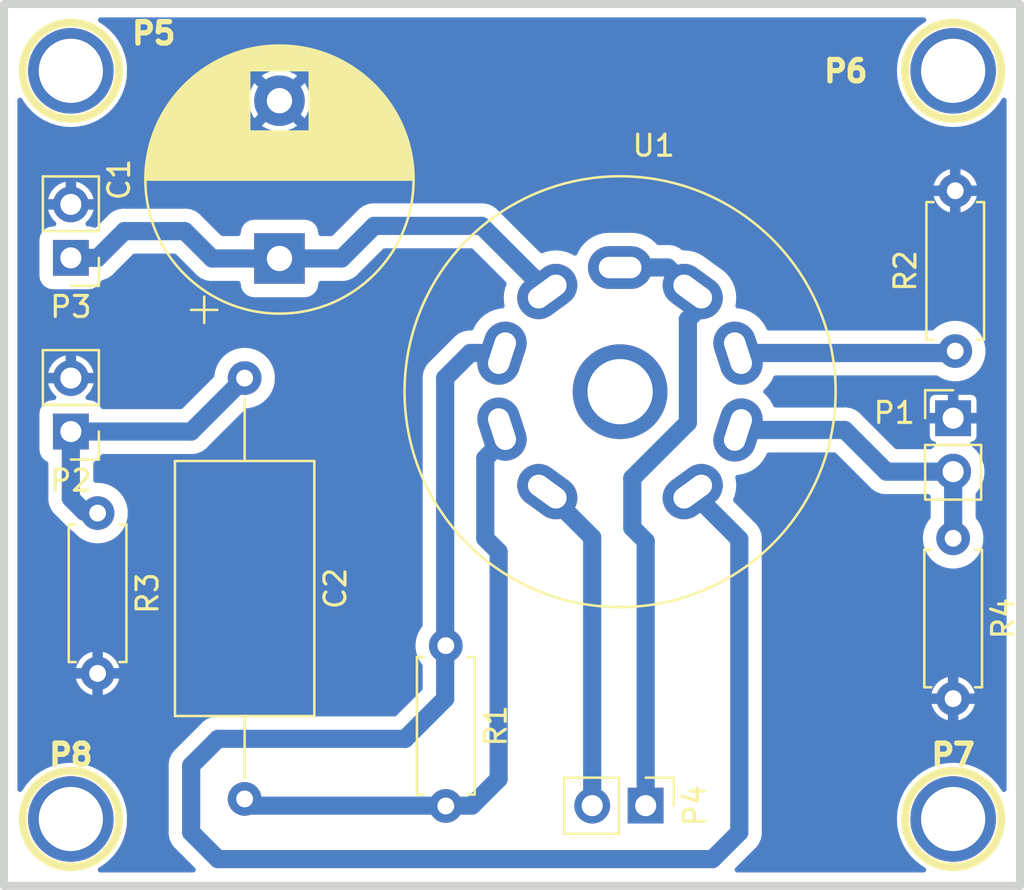
<source format=kicad_pcb>
(kicad_pcb (version 20210228) (generator pcbnew)
  (layers (0 "F.Cu" signal "Dessus") (31 "B.Cu" signal "Dessous") (34 "B.Paste" user) (35 "F.Paste" user) (36 "B.SilkS" user "B.Silkscreen") (37 "F.SilkS" user "F.Silkscreen") (38 "B.Mask" user) (39 "F.Mask" user) (44 "Edge.Cuts" user))
  (net 0 "")
  (net 1 "GND")
  (net 2 "Net-(C1-Pad1)")
  (net 3 "Net-(C2-Pad1)")
  (net 4 "Net-(C2-Pad2)")
  (net 5 "Net-(P1-Pad2)")
  (net 6 "Net-(P4-Pad1)")
  (net 7 "Net-(P4-Pad2)")
  (net 8 "Net-(R1-Pad1)")
  (net 9 "Net-(R2-Pad1)")
  (footprint "Capacitor_THT:CP_Radial_D12.5mm_P7.50mm" (layer "F.Cu") (at 133.1 102.9 90)
    (fp_text reference "C1" (at 3.75 -7.62 90) (layer "F.SilkS"))
    (fp_text value "10uF")
    (fp_line (start 6.671 1.44) (end 6.671 5.622) (layer "F.SilkS") (width 0.12))
    (fp_line (start 7.671 1.44) (end 7.671 4.982) (layer "F.SilkS") (width 0.12))
    (fp_line (start 7.231 -5.296) (end 7.231 -1.44) (layer "F.SilkS") (width 0.12))
    (fp_line (start 9.351 -2.996) (end 9.351 2.996) (layer "F.SilkS") (width 0.12))
    (fp_line (start 9.871 -1.728) (end 9.871 1.728) (layer "F.SilkS") (width 0.12))
    (fp_line (start 6.191 1.44) (end 6.191 5.845) (layer "F.SilkS") (width 0.12))
    (fp_line (start 8.631 -4.055) (end 8.631 -1.44) (layer "F.SilkS") (width 0.12))
    (fp_line (start 4.591 -6.275) (end 4.591 6.275) (layer "F.SilkS") (width 0.12))
    (fp_line (start 9.191 -3.275) (end 9.191 3.275) (layer "F.SilkS") (width 0.12))
    (fp_line (start 7.871 1.44) (end 7.871 4.819) (layer "F.SilkS") (width 0.12))
    (fp_line (start 9.791 -1.984) (end 9.791 1.984) (layer "F.SilkS") (width 0.12))
    (fp_line (start 6.631 -5.642) (end 6.631 -1.44) (layer "F.SilkS") (width 0.12))
    (fp_line (start 9.711 -2.209) (end 9.711 2.209) (layer "F.SilkS") (width 0.12))
    (fp_line (start 6.751 -5.58) (end 6.751 -1.44) (layer "F.SilkS") (width 0.12))
    (fp_line (start 9.431 -2.844) (end 9.431 2.844) (layer "F.SilkS") (width 0.12))
    (fp_line (start 8.351 1.44) (end 8.351 4.367) (layer "F.SilkS") (width 0.12))
    (fp_line (start 6.471 -5.721) (end 6.471 -1.44) (layer "F.SilkS") (width 0.12))
    (fp_line (start 8.391 1.44) (end 8.391 4.325) (layer "F.SilkS") (width 0.12))
    (fp_line (start 5.711 -6.021) (end 5.711 6.021) (layer "F.SilkS") (width 0.12))
    (fp_line (start 7.391 -5.188) (end 7.391 -1.44) (layer "F.SilkS") (width 0.12))
    (fp_line (start 9.551 -2.594) (end 9.551 2.594) (layer "F.SilkS") (width 0.12))
    (fp_line (start 5.191 -6.166) (end 5.191 6.166) (layer "F.SilkS") (width 0.12))
    (fp_line (start 7.191 1.44) (end 7.191 5.322) (layer "F.SilkS") (width 0.12))
    (fp_line (start 6.791 1.44) (end 6.791 5.558) (layer "F.SilkS") (width 0.12))
    (fp_line (start 8.351 -4.367) (end 8.351 -1.44) (layer "F.SilkS") (width 0.12))
    (fp_line (start 8.031 -4.678) (end 8.031 -1.44) (layer "F.SilkS") (width 0.12))
    (fp_line (start 9.591 -2.504) (end 9.591 2.504) (layer "F.SilkS") (width 0.12))
    (fp_line (start 8.871 -3.75) (end 8.871 -1.44) (layer "F.SilkS") (width 0.12))
    (fp_line (start 5.311 -6.137) (end 5.311 6.137) (layer "F.SilkS") (width 0.12))
    (fp_line (start 6.951 1.44) (end 6.951 5.468) (layer "F.SilkS") (width 0.12))
    (fp_line (start 5.951 -5.939) (end 5.951 5.939) (layer "F.SilkS") (width 0.12))
    (fp_line (start 6.391 1.44) (end 6.391 5.758) (layer "F.SilkS") (width 0.12))
    (fp_line (start 8.111 1.44) (end 8.111 4.605) (layer "F.SilkS") (width 0.12))
    (fp_line (start 7.311 1.44) (end 7.311 5.243) (layer "F.SilkS") (width 0.12))
    (fp_line (start 7.151 -5.347) (end 7.151 -1.44) (layer "F.SilkS") (width 0.12))
    (fp_line (start 5.631 -6.047) (end 5.631 6.047) (layer "F.SilkS") (width 0.12))
    (fp_line (start 8.191 -4.528) (end 8.191 -1.44) (layer "F.SilkS") (width 0.12))
    (fp_line (start 8.071 -4.642) (end 8.071 -1.44) (layer "F.SilkS") (width 0.12))
    (fp_line (start 9.031 -3.524) (end 9.031 3.524) (layer "F.SilkS") (width 0.12))
    (fp_line (start 4.43 -6.294) (end 4.43 6.294) (layer "F.SilkS") (width 0.12))
    (fp_line (start 6.231 1.44) (end 6.231 5.828) (layer "F.SilkS") (width 0.12))
    (fp_line (start 7.431 -5.16) (end 7.431 -1.44) (layer "F.SilkS") (width 0.12))
    (fp_line (start 6.471 1.44) (end 6.471 5.721) (layer "F.SilkS") (width 0.12))
    (fp_line (start 7.591 1.44) (end 7.591 5.043) (layer "F.SilkS") (width 0.12))
    (fp_line (start 8.991 -3.583) (end 8.991 3.583) (layer "F.SilkS") (width 0.12))
    (fp_line (start 8.111 -4.605) (end 8.111 -1.44) (layer "F.SilkS") (width 0.12))
    (fp_line (start 7.871 -4.819) (end 7.871 -1.44) (layer "F.SilkS") (width 0.12))
    (fp_line (start 4.35 -6.302) (end 4.35 6.302) (layer "F.SilkS") (width 0.12))
    (fp_line (start 5.431 -6.105) (end 5.431 6.105) (layer "F.SilkS") (width 0.12))
    (fp_line (start 4.31 -6.306) (end 4.31 6.306) (layer "F.SilkS") (width 0.12))
    (fp_line (start 9.951 -1.422) (end 9.951 1.422) (layer "F.SilkS") (width 0.12))
    (fp_line (start 7.231 1.44) (end 7.231 5.296) (layer "F.SilkS") (width 0.12))
    (fp_line (start 6.831 1.44) (end 6.831 5.536) (layer "F.SilkS") (width 0.12))
    (fp_line (start 6.751 1.44) (end 6.751 5.58) (layer "F.SilkS") (width 0.12))
    (fp_line (start 6.191 -5.845) (end 6.191 -1.44) (layer "F.SilkS") (width 0.12))
    (fp_line (start 8.271 1.44) (end 8.271 4.449) (layer "F.SilkS") (width 0.12))
    (fp_line (start 6.551 -5.682) (end 6.551 -1.44) (layer "F.SilkS") (width 0.12))
    (fp_line (start 6.591 1.44) (end 6.591 5.662) (layer "F.SilkS") (width 0.12))
    (fp_line (start 8.911 -3.696) (end 8.911 -1.44) (layer "F.SilkS") (width 0.12))
    (fp_line (start 7.151 1.44) (end 7.151 5.347) (layer "F.SilkS") (width 0.12))
    (fp_line (start 9.151 -3.339) (end 9.151 3.339) (layer "F.SilkS") (width 0.12))
    (fp_line (start 8.631 1.44) (end 8.631 4.055) (layer "F.SilkS") (width 0.12))
    (fp_line (start 4.511 -6.285) (end 4.511 6.285) (layer "F.SilkS") (width 0.12))
    (fp_line (start 4.07 -6.322) (end 4.07 6.322) (layer "F.SilkS") (width 0.12))
    (fp_line (start -2.442082 -4.2) (end -2.442082 -2.95) (layer "F.SilkS") (width 0.12))
    (fp_line (start 3.79 -6.33) (end 3.79 6.33) (layer "F.SilkS") (width 0.12))
    (fp_line (start 7.311 -5.243) (end 7.311 -1.44) (layer "F.SilkS") (width 0.12))
    (fp_line (start 7.711 -4.95) (end 7.711 -1.44) (layer "F.SilkS") (width 0.12))
    (fp_line (start 6.711 -5.601) (end 6.711 -1.44) (layer "F.SilkS") (width 0.12))
    (fp_line (start 7.351 1.44) (end 7.351 5.216) (layer "F.SilkS") (width 0.12))
    (fp_line (start 6.271 1.44) (end 6.271 5.811) (layer "F.SilkS") (width 0.12))
    (fp_line (start 7.271 1.44) (end 7.271 5.27) (layer "F.SilkS") (width 0.12))
    (fp_line (start 8.551 1.44) (end 8.551 4.148) (layer "F.SilkS") (width 0.12))
    (fp_line (start 9.111 -3.402) (end 9.111 3.402) (layer "F.SilkS") (width 0.12))
    (fp_line (start 7.111 1.44) (end 7.111 5.372) (layer "F.SilkS") (width 0.12))
    (fp_line (start 7.111 -5.372) (end 7.111 -1.44) (layer "F.SilkS") (width 0.12))
    (fp_line (start -3.067082 -3.575) (end -1.817082 -3.575) (layer "F.SilkS") (width 0.12))
    (fp_line (start 9.231 -3.208) (end 9.231 3.208) (layer "F.SilkS") (width 0.12))
    (fp_line (start 5.831 -5.981) (end 5.831 5.981) (layer "F.SilkS") (width 0.12))
    (fp_line (start 4.39 -6.298) (end 4.39 6.298) (layer "F.SilkS") (width 0.12))
    (fp_line (start 4.711 -6.258) (end 4.711 6.258) (layer "F.SilkS") (width 0.12))
    (fp_line (start 7.071 -5.397) (end 7.071 -1.44) (layer "F.SilkS") (width 0.12))
    (fp_line (start 6.071 1.44) (end 6.071 5.893) (layer "F.SilkS") (width 0.12))
    (fp_line (start 7.551 -5.073) (end 7.551 -1.44) (layer "F.SilkS") (width 0.12))
    (fp_line (start 4.19 -6.315) (end 4.19 6.315) (layer "F.SilkS") (width 0.12))
    (fp_line (start 9.751 -2.1) (end 9.751 2.1) (layer "F.SilkS") (width 0.12))
    (fp_line (start 3.99 -6.326) (end 3.99 6.326) (layer "F.SilkS") (width 0.12))
    (fp_line (start 4.551 -6.28) (end 4.551 6.28) (layer "F.SilkS") (width 0.12))
    (fp_line (start 10.071 -0.757) (end 10.071 0.757) (layer "F.SilkS") (width 0.12))
    (fp_line (start 5.031 -6.201) (end 5.031 6.201) (layer "F.SilkS") (width 0.12))
    (fp_line (start 7.791 1.44) (end 7.791 4.885) (layer "F.SilkS") (width 0.12))
    (fp_line (start 4.871 -6.231) (end 4.871 6.231) (layer "F.SilkS") (width 0.12))
    (fp_line (start 6.711 1.44) (end 6.711 5.601) (layer "F.SilkS") (width 0.12))
    (fp_line (start 3.95 -6.327) (end 3.95 6.327) (layer "F.SilkS") (width 0.12))
    (fp_line (start 8.871 1.44) (end 8.871 3.75) (layer "F.SilkS") (width 0.12))
    (fp_line (start 8.511 1.44) (end 8.511 4.194) (layer "F.SilkS") (width 0.12))
    (fp_line (start 10.111 -0.317) (end 10.111 0.317) (layer "F.SilkS") (width 0.12))
    (fp_line (start 4.631 -6.269) (end 4.631 6.269) (layer "F.SilkS") (width 0.12))
    (fp_line (start 6.031 -5.908) (end 6.031 5.908) (layer "F.SilkS") (width 0.12))
    (fp_line (start 7.031 -5.421) (end 7.031 -1.44) (layer "F.SilkS") (width 0.12))
    (fp_line (start 8.191 1.44) (end 8.191 4.528) (layer "F.SilkS") (width 0.12))
    (fp_line (start 4.27 -6.309) (end 4.27 6.309) (layer "F.SilkS") (width 0.12))
    (fp_line (start 6.071 -5.893) (end 6.071 -1.44) (layer "F.SilkS") (width 0.12))
    (fp_line (start 6.511 1.44) (end 6.511 5.702) (layer "F.SilkS") (width 0.12))
    (fp_line (start 8.951 -3.64) (end 8.951 3.64) (layer "F.SilkS") (width 0.12))
    (fp_line (start 6.871 -5.514) (end 6.871 -1.44) (layer "F.SilkS") (width 0.12))
    (fp_line (start 8.671 -4.007) (end 8.671 -1.44) (layer "F.SilkS") (width 0.12))
    (fp_line (start 5.511 -6.083) (end 5.511 6.083) (layer "F.SilkS") (width 0.12))
    (fp_line (start 5.111 -6.184) (end 5.111 6.184) (layer "F.SilkS") (width 0.12))
    (fp_line (start 8.431 1.44) (end 8.431 4.282) (layer "F.SilkS") (width 0.12))
    (fp_line (start 6.911 1.44) (end 6.911 5.491) (layer "F.SilkS") (width 0.12))
    (fp_line (start 8.271 -4.449) (end 8.271 -1.44) (layer "F.SilkS") (width 0.12))
    (fp_line (start 6.951 -5.468) (end 6.951 -1.44) (layer "F.SilkS") (width 0.12))
    (fp_line (start 4.951 -6.216) (end 4.951 6.216) (layer "F.SilkS") (width 0.12))
    (fp_line (start 7.511 1.44) (end 7.511 5.102) (layer "F.SilkS") (width 0.12))
    (fp_line (start 5.751 -6.008) (end 5.751 6.008) (layer "F.SilkS") (width 0.12))
    (fp_line (start 6.271 -5.811) (end 6.271 -1.44) (layer "F.SilkS") (width 0.12))
    (fp_line (start 5.791 -5.995) (end 5.791 5.995) (layer "F.SilkS") (width 0.12))
    (fp_line (start 4.831 -6.238) (end 4.831 6.238) (layer "F.SilkS") (width 0.12))
    (fp_line (start 8.591 -4.102) (end 8.591 -1.44) (layer "F.SilkS") (width 0.12))
    (fp_line (start 7.431 1.44) (end 7.431 5.16) (layer "F.SilkS") (width 0.12))
    (fp_line (start 8.671 1.44) (end 8.671 4.007) (layer "F.SilkS") (width 0.12))
    (fp_line (start 7.991 -4.714) (end 7.991 -1.44) (layer "F.SilkS") (width 0.12))
    (fp_line (start 8.791 1.44) (end 8.791 3.856) (layer "F.SilkS") (width 0.12))
    (fp_line (start 4.471 -6.29) (end 4.471 6.29) (layer "F.SilkS") (width 0.12))
    (fp_line (start 6.311 1.44) (end 6.311 5.793) (layer "F.SilkS") (width 0.12))
    (fp_line (start 8.711 -3.957) (end 8.711 -1.44) (layer "F.SilkS") (width 0.12))
    (fp_line (start 3.91 -6.328) (end 3.91 6.328) (layer "F.SilkS") (width 0.12))
    (fp_line (start 7.711 1.44) (end 7.711 4.95) (layer "F.SilkS") (width 0.12))
    (fp_line (start 7.991 1.44) (end 7.991 4.714) (layer "F.SilkS") (width 0.12))
    (fp_line (start 7.351 -5.216) (end 7.351 -1.44) (layer "F.SilkS") (width 0.12))
    (fp_line (start 4.671 -6.264) (end 4.671 6.264) (layer "F.SilkS") (width 0.12))
    (fp_line (start 8.551 -4.148) (end 8.551 -1.44) (layer "F.SilkS") (width 0.12))
    (fp_line (start 6.431 1.44) (end 6.431 5.739) (layer "F.SilkS") (width 0.12))
    (fp_line (start 9.671 -2.312) (end 9.671 2.312) (layer "F.SilkS") (width 0.12))
    (fp_line (start 6.591 -5.662) (end 6.591 -1.44) (layer "F.SilkS") (width 0.12))
    (fp_line (start 6.351 -5.776) (end 6.351 -1.44) (layer "F.SilkS") (width 0.12))
    (fp_line (start 8.831 1.44) (end 8.831 3.804) (layer "F.SilkS") (width 0.12))
    (fp_line (start 9.831 -1.861) (end 9.831 1.861) (layer "F.SilkS") (width 0.12))
    (fp_line (start 8.791 -3.856) (end 8.791 -1.44) (layer "F.SilkS") (width 0.12))
    (fp_line (start 7.191 -5.322) (end 7.191 -1.44) (layer "F.SilkS") (width 0.12))
    (fp_line (start 6.671 -5.622) (end 6.671 -1.44) (layer "F.SilkS") (width 0.12))
    (fp_line (start 6.791 -5.558) (end 6.791 -1.44) (layer "F.SilkS") (width 0.12))
    (fp_line (start 4.15 -6.318) (end 4.15 6.318) (layer "F.SilkS") (width 0.12))
    (fp_line (start 7.271 -5.27) (end 7.271 -1.44) (layer "F.SilkS") (width 0.12))
    (fp_line (start 7.591 -5.043) (end 7.591 -1.44) (layer "F.SilkS") (width 0.12))
    (fp_line (start 5.071 -6.192) (end 5.071 6.192) (layer "F.SilkS") (width 0.12))
    (fp_line (start 9.991 -1.241) (end 9.991 1.241) (layer "F.SilkS") (width 0.12))
    (fp_line (start 8.231 1.44) (end 8.231 4.489) (layer "F.SilkS") (width 0.12))
    (fp_line (start 7.631 -5.012) (end 7.631 -1.44) (layer "F.SilkS") (width 0.12))
    (fp_line (start 7.631 1.44) (end 7.631 5.012) (layer "F.SilkS") (width 0.12))
    (fp_line (start 7.951 1.44) (end 7.951 4.75) (layer "F.SilkS") (width 0.12))
    (fp_line (start 5.551 -6.071) (end 5.551 6.071) (layer "F.SilkS") (width 0.12))
    (fp_line (start 4.751 -6.252) (end 4.751 6.252) (layer "F.SilkS") (width 0.12))
    (fp_line (start 7.551 1.44) (end 7.551 5.073) (layer "F.SilkS") (width 0.12))
    (fp_line (start 6.391 -5.758) (end 6.391 -1.44) (layer "F.SilkS") (width 0.12))
    (fp_line (start 4.11 -6.32) (end 4.11 6.32) (layer "F.SilkS") (width 0.12))
    (fp_line (start 5.391 -6.116) (end 5.391 6.116) (layer "F.SilkS") (width 0.12))
    (fp_line (start 9.631 -2.41) (end 9.631 2.41) (layer "F.SilkS") (width 0.12))
    (fp_line (start 9.511 -2.681) (end 9.511 2.681) (layer "F.SilkS") (width 0.12))
    (fp_line (start 9.391 -2.921) (end 9.391 2.921) (layer "F.SilkS") (width 0.12))
    (fp_line (start 8.151 -4.567) (end 8.151 -1.44) (layer "F.SilkS") (width 0.12))
    (fp_line (start 6.511 -5.702) (end 6.511 -1.44) (layer "F.SilkS") (width 0.12))
    (fp_line (start 5.991 -5.924) (end 5.991 5.924) (layer "F.SilkS") (width 0.12))
    (fp_line (start 8.911 1.44) (end 8.911 3.696) (layer "F.SilkS") (width 0.12))
    (fp_line (start 6.911 -5.491) (end 6.911 -1.44) (layer "F.SilkS") (width 0.12))
    (fp_line (start 6.551 1.44) (end 6.551 5.682) (layer "F.SilkS") (width 0.12))
    (fp_line (start 3.83 -6.33) (end 3.83 6.33) (layer "F.SilkS") (width 0.12))
    (fp_line (start 8.751 1.44) (end 8.751 3.907) (layer "F.SilkS") (width 0.12))
    (fp_line (start 7.951 -4.75) (end 7.951 -1.44) (layer "F.SilkS") (width 0.12))
    (fp_line (start 8.471 1.44) (end 8.471 4.238) (layer "F.SilkS") (width 0.12))
    (fp_line (start 7.671 -4.982) (end 7.671 -1.44) (layer "F.SilkS") (width 0.12))
    (fp_line (start 6.111 -5.877) (end 6.111 -1.44) (layer "F.SilkS") (width 0.12))
    (fp_line (start 8.431 -4.282) (end 8.431 -1.44) (layer "F.SilkS") (width 0.12))
    (fp_line (start 7.391 1.44) (end 7.391 5.188) (layer "F.SilkS") (width 0.12))
    (fp_line (start 4.911 -6.224) (end 4.911 6.224) (layer "F.SilkS") (width 0.12))
    (fp_line (start 7.071 1.44) (end 7.071 5.397) (layer "F.SilkS") (width 0.12))
    (fp_line (start 5.671 -6.034) (end 5.671 6.034) (layer "F.SilkS") (width 0.12))
    (fp_line (start 7.471 1.44) (end 7.471 5.131) (layer "F.SilkS") (width 0.12))
    (fp_line (start 7.751 1.44) (end 7.751 4.918) (layer "F.SilkS") (width 0.12))
    (fp_line (start 5.351 -6.126) (end 5.351 6.126) (layer "F.SilkS") (width 0.12))
    (fp_line (start 8.831 -3.804) (end 8.831 -1.44) (layer "F.SilkS") (width 0.12))
    (fp_line (start 6.311 -5.793) (end 6.311 -1.44) (layer "F.SilkS") (width 0.12))
    (fp_line (start 8.711 1.44) (end 8.711 3.957) (layer "F.SilkS") (width 0.12))
    (fp_line (start 4.03 -6.324) (end 4.03 6.324) (layer "F.SilkS") (width 0.12))
    (fp_line (start 6.151 1.44) (end 6.151 5.861) (layer "F.SilkS") (width 0.12))
    (fp_line (start 7.031 1.44) (end 7.031 5.421) (layer "F.SilkS") (width 0.12))
    (fp_line (start 6.231 -5.828) (end 6.231 -1.44) (layer "F.SilkS") (width 0.12))
    (fp_line (start 8.391 -4.325) (end 8.391 -1.44) (layer "F.SilkS") (width 0.12))
    (fp_line (start 7.471 -5.131) (end 7.471 -1.44) (layer "F.SilkS") (width 0.12))
    (fp_line (start 8.151 1.44) (end 8.151 4.567) (layer "F.SilkS") (width 0.12))
    (fp_line (start 7.511 -5.102) (end 7.511 -1.44) (layer "F.SilkS") (width 0.12))
    (fp_line (start 7.831 1.44) (end 7.831 4.852) (layer "F.SilkS") (width 0.12))
    (fp_line (start 7.831 -4.852) (end 7.831 -1.44) (layer "F.SilkS") (width 0.12))
    (fp_line (start 8.591 1.44) (end 8.591 4.102) (layer "F.SilkS") (width 0.12))
    (fp_line (start 8.311 -4.408) (end 8.311 -1.44) (layer "F.SilkS") (width 0.12))
    (fp_line (start 3.75 -6.33) (end 3.75 6.33) (layer "F.SilkS") (width 0.12))
    (fp_line (start 6.991 1.44) (end 6.991 5.445) (layer "F.SilkS") (width 0.12))
    (fp_line (start 6.631 1.44) (end 6.631 5.642) (layer "F.SilkS") (width 0.12))
    (fp_line (start 5.591 -6.059) (end 5.591 6.059) (layer "F.SilkS") (width 0.12))
    (fp_line (start 9.911 -1.583) (end 9.911 1.583) (layer "F.SilkS") (width 0.12))
    (fp_line (start 4.791 -6.245) (end 4.791 6.245) (layer "F.SilkS") (width 0.12))
    (fp_line (start 8.311 1.44) (end 8.311 4.408) (layer "F.SilkS") (width 0.12))
    (fp_line (start 9.271 -3.14) (end 9.271 3.14) (layer "F.SilkS") (width 0.12))
    (fp_line (start 5.271 -6.146) (end 5.271 6.146) (layer "F.SilkS") (width 0.12))
    (fp_line (start 6.871 1.44) (end 6.871 5.514) (layer "F.SilkS") (width 0.12))
    (fp_line (start 6.991 -5.445) (end 6.991 -1.44) (layer "F.SilkS") (width 0.12))
    (fp_line (start 9.071 -3.464) (end 9.071 3.464) (layer "F.SilkS") (width 0.12))
    (fp_line (start 8.031 1.44) (end 8.031 4.678) (layer "F.SilkS") (width 0.12))
    (fp_line (start 5.471 -6.094) (end 5.471 6.094) (layer "F.SilkS") (width 0.12))
    (fp_line (start 3.87 -6.329) (end 3.87 6.329) (layer "F.SilkS") (width 0.12))
    (fp_line (start 8.511 -4.194) (end 8.511 -1.44) (layer "F.SilkS") (width 0.12))
    (fp_line (start 6.831 -5.536) (end 6.831 -1.44) (layer "F.SilkS") (width 0.12))
    (fp_line (start 9.311 -3.069) (end 9.311 3.069) (layer "F.SilkS") (width 0.12))
    (fp_line (start 7.911 -4.785) (end 7.911 -1.44) (layer "F.SilkS") (width 0.12))
    (fp_line (start 6.111 1.44) (end 6.111 5.877) (layer "F.SilkS") (width 0.12))
    (fp_line (start 8.471 -4.238) (end 8.471 -1.44) (layer "F.SilkS") (width 0.12))
    (fp_line (start 5.911 -5.953) (end 5.911 5.953) (layer "F.SilkS") (width 0.12))
    (fp_line (start 8.231 -4.489) (end 8.231 -1.44) (layer "F.SilkS") (width 0.12))
    (fp_line (start 6.431 -5.739) (end 6.431 -1.44) (layer "F.SilkS") (width 0.12))
    (fp_line (start 8.751 -3.907) (end 8.751 -1.44) (layer "F.SilkS") (width 0.12))
    (fp_line (start 8.071 1.44) (end 8.071 4.642) (layer "F.SilkS") (width 0.12))
    (fp_line (start 7.751 -4.918) (end 7.751 -1.44) (layer "F.SilkS") (width 0.12))
    (fp_line (start 5.151 -6.175) (end 5.151 6.175) (layer "F.SilkS") (width 0.12))
    (fp_line (start 5.231 -6.156) (end 5.231 6.156) (layer "F.SilkS") (width 0.12))
    (fp_line (start 7.911 1.44) (end 7.911 4.785) (layer "F.SilkS") (width 0.12))
    (fp_line (start 6.151 -5.861) (end 6.151 -1.44) (layer "F.SilkS") (width 0.12))
    (fp_line (start 9.471 -2.764) (end 9.471 2.764) (layer "F.SilkS") (width 0.12))
    (fp_line (start 6.351 1.44) (end 6.351 5.776) (layer "F.SilkS") (width 0.12))
    (fp_line (start 5.871 -5.967) (end 5.871 5.967) (layer "F.SilkS") (width 0.12))
    (fp_line (start 4.23 -6.312) (end 4.23 6.312) (layer "F.SilkS") (width 0.12))
    (fp_line (start 10.031 -1.028) (end 10.031 1.028) (layer "F.SilkS") (width 0.12))
    (fp_line (start 7.791 -4.885) (end 7.791 -1.44) (layer "F.SilkS") (width 0.12))
    (fp_line (start 4.991 -6.209) (end 4.991 6.209) (layer "F.SilkS") (width 0.12))
    (fp_circle (center 3.75 0) (end 10.12 0) (layer "F.SilkS") (width 0.12) (fill none))
    (pad "1" thru_hole rect (at 0 0 90) (size 2.4 2.4) (drill 1.2) (layers *.Cu *.Mask) (net 2 "Net-(C1-Pad1)"))
    (pad "2" thru_hole circle (at 7.5 0 90) (size 2.4 2.4) (drill 1.2) (layers *.Cu *.Mask) (net 1 "GND"))
  )
  (footprint "Resistor_THT:R_Axial_DIN0207_L6.3mm_D2.5mm_P7.62mm_Horizontal" (layer "F.Cu") (at 141 121.3 -90)
    (fp_text reference "R1" (at 3.81 -2.37 -90) (layer "F.SilkS"))
    (fp_text value "1.5K")
    (fp_line (start 0.54 1.37) (end 7.08 1.37) (layer "F.SilkS") (width 0.12))
    (fp_line (start 7.08 1.37) (end 7.08 1.04) (layer "F.SilkS") (width 0.12))
    (fp_line (start 0.54 -1.37) (end 7.08 -1.37) (layer "F.SilkS") (width 0.12))
    (fp_line (start 7.08 -1.37) (end 7.08 -1.04) (layer "F.SilkS") (width 0.12))
    (fp_line (start 0.54 1.04) (end 0.54 1.37) (layer "F.SilkS") (width 0.12))
    (fp_line (start 0.54 -1.04) (end 0.54 -1.37) (layer "F.SilkS") (width 0.12))
    (pad "1" thru_hole circle (at 0 0 270) (size 1.6 1.6) (drill 0.8) (layers *.Cu *.Mask) (net 8 "Net-(R1-Pad1)"))
    (pad "2" thru_hole oval (at 7.62 0 270) (size 1.6 1.6) (drill 0.8) (layers *.Cu *.Mask) (net 4 "Net-(C2-Pad2)"))
  )
  (footprint "Resistor_THT:R_Axial_DIN0207_L6.3mm_D2.5mm_P7.62mm_Horizontal" (layer "F.Cu") (at 165.2 107.3 90)
    (fp_text reference "R2" (at 3.81 -2.37 90) (layer "F.SilkS"))
    (fp_text value "1.5K")
    (fp_line (start 0.54 -1.04) (end 0.54 -1.37) (layer "F.SilkS") (width 0.12))
    (fp_line (start 0.54 1.37) (end 7.08 1.37) (layer "F.SilkS") (width 0.12))
    (fp_line (start 0.54 1.04) (end 0.54 1.37) (layer "F.SilkS") (width 0.12))
    (fp_line (start 7.08 -1.37) (end 7.08 -1.04) (layer "F.SilkS") (width 0.12))
    (fp_line (start 0.54 -1.37) (end 7.08 -1.37) (layer "F.SilkS") (width 0.12))
    (fp_line (start 7.08 1.37) (end 7.08 1.04) (layer "F.SilkS") (width 0.12))
    (pad "1" thru_hole circle (at 0 0 90) (size 1.6 1.6) (drill 0.8) (layers *.Cu *.Mask) (net 9 "Net-(R2-Pad1)"))
    (pad "2" thru_hole oval (at 7.62 0 90) (size 1.6 1.6) (drill 0.8) (layers *.Cu *.Mask) (net 1 "GND"))
  )
  (footprint "Resistor_THT:R_Axial_DIN0207_L6.3mm_D2.5mm_P7.62mm_Horizontal" (layer "F.Cu") (at 124.46 115 -90)
    (fp_text reference "R3" (at 3.81 -2.37 -90) (layer "F.SilkS"))
    (fp_text value "100K")
    (fp_line (start 7.08 1.37) (end 7.08 1.04) (layer "F.SilkS") (width 0.12))
    (fp_line (start 0.54 1.04) (end 0.54 1.37) (layer "F.SilkS") (width 0.12))
    (fp_line (start 7.08 -1.37) (end 7.08 -1.04) (layer "F.SilkS") (width 0.12))
    (fp_line (start 0.54 -1.04) (end 0.54 -1.37) (layer "F.SilkS") (width 0.12))
    (fp_line (start 0.54 -1.37) (end 7.08 -1.37) (layer "F.SilkS") (width 0.12))
    (fp_line (start 0.54 1.37) (end 7.08 1.37) (layer "F.SilkS") (width 0.12))
    (pad "1" thru_hole circle (at 0 0 270) (size 1.6 1.6) (drill 0.8) (layers *.Cu *.Mask) (net 3 "Net-(C2-Pad1)"))
    (pad "2" thru_hole oval (at 7.62 0 270) (size 1.6 1.6) (drill 0.8) (layers *.Cu *.Mask) (net 1 "GND"))
  )
  (footprint "Resistor_THT:R_Axial_DIN0207_L6.3mm_D2.5mm_P7.62mm_Horizontal" (layer "F.Cu") (at 165.1 116.2 -90)
    (fp_text reference "R4" (at 3.81 -2.37 -90) (layer "F.SilkS"))
    (fp_text value "47K")
    (fp_line (start 0.54 1.37) (end 7.08 1.37) (layer "F.SilkS") (width 0.12))
    (fp_line (start 0.54 -1.37) (end 7.08 -1.37) (layer "F.SilkS") (width 0.12))
    (fp_line (start 7.08 -1.37) (end 7.08 -1.04) (layer "F.SilkS") (width 0.12))
    (fp_line (start 7.08 1.37) (end 7.08 1.04) (layer "F.SilkS") (width 0.12))
    (fp_line (start 0.54 -1.04) (end 0.54 -1.37) (layer "F.SilkS") (width 0.12))
    (fp_line (start 0.54 1.04) (end 0.54 1.37) (layer "F.SilkS") (width 0.12))
    (pad "1" thru_hole circle (at 0 0 270) (size 1.6 1.6) (drill 0.8) (layers *.Cu *.Mask) (net 5 "Net-(P1-Pad2)"))
    (pad "2" thru_hole oval (at 7.62 0 270) (size 1.6 1.6) (drill 0.8) (layers *.Cu *.Mask) (net 1 "GND"))
  )
  (footprint "connect:1pin" (layer "F.Cu") (at 123.19 93.98)
    (fp_text reference "P5" (at 3.937 -1.778) (layer "F.SilkS") (effects (font (size 1.016 1.016) (thickness 0.254))))
    (fp_text value "CONN_1" hide)
    (fp_circle (center 0 0) (end 0 -2.286) (layer "F.SilkS") (width 0.381) (fill none))
    (pad "1" thru_hole circle (at 0 0) (size 4.064 4.064) (drill 3.048) (layers *.Cu *.Mask))
  )
  (footprint "connect:1pin" (layer "F.Cu") (at 165.1 93.98)
    (fp_text reference "P6" (at -5.1 0.02) (layer "F.SilkS") (effects (font (size 1.016 1.016) (thickness 0.254))))
    (fp_text value "CONN_1" hide)
    (fp_circle (center 0 0) (end 0 -2.286) (layer "F.SilkS") (width 0.381) (fill none))
    (pad "1" thru_hole circle (at 0 0) (size 4.064 4.064) (drill 3.048) (layers *.Cu *.Mask))
  )
  (footprint "connect:1pin" (layer "F.Cu") (at 165.1 129.54)
    (fp_text reference "P7" (at 0 -3.048) (layer "F.SilkS") (effects (font (size 1.016 1.016) (thickness 0.254))))
    (fp_text value "CONN_1" hide)
    (fp_circle (center 0 0) (end 0 -2.286) (layer "F.SilkS") (width 0.381) (fill none))
    (pad "1" thru_hole circle (at 0 0) (size 4.064 4.064) (drill 3.048) (layers *.Cu *.Mask))
  )
  (footprint "connect:1pin" (layer "F.Cu") (at 123.19 129.54)
    (fp_text reference "P8" (at 0 -3.048) (layer "F.SilkS") (effects (font (size 1.016 1.016) (thickness 0.254))))
    (fp_text value "CONN_1" hide)
    (fp_circle (center 0 0) (end 0 -2.286) (layer "F.SilkS") (width 0.381) (fill none))
    (pad "1" thru_hole circle (at 0 0) (size 4.064 4.064) (drill 3.048) (layers *.Cu *.Mask))
  )
  (footprint "Valve:Valve_ECC-83-2" (layer "F.Cu") (at 149.28 109.23)
    (fp_text reference "U1" (at 1.596 -11.694) (layer "F.SilkS"))
    (fp_text value "ECC83")
    (fp_circle (center 0 0) (end 10.16 1.27) (layer "F.SilkS") (width 0.12) (fill none))
    (pad "" thru_hole circle (at 0 0) (size 4.5 4.5) (drill 3.1) (layers *.Cu *.Mask))
    (pad "1" thru_hole oval (at 3.45 4.75 306) (size 2.03 3.05) (drill oval 1.02 2.03) (layers *.Cu *.Mask) (net 8 "Net-(R1-Pad1)"))
    (pad "2" thru_hole oval (at 5.6 1.82 342) (size 2.03 3.05) (drill oval 1.02 2.03) (layers *.Cu *.Mask) (net 5 "Net-(P1-Pad2)"))
    (pad "3" thru_hole oval (at 5.6 -1.83 18) (size 2.03 3.05) (drill oval 1.02 2.03) (layers *.Cu *.Mask) (net 9 "Net-(R2-Pad1)"))
    (pad "4" thru_hole oval (at 3.45 -4.76 54) (size 2.03 3.05) (drill oval 1.02 2.03) (layers *.Cu *.Mask) (net 6 "Net-(P4-Pad1)"))
    (pad "5" thru_hole oval (at 0 -5.9 90) (size 2.03 3.05) (drill oval 1.02 2.03) (layers *.Cu *.Mask) (net 6 "Net-(P4-Pad1)"))
    (pad "6" thru_hole oval (at -3.46 -4.76 306) (size 2.03 3.05) (drill oval 1.02 2.03) (layers *.Cu *.Mask) (net 2 "Net-(C1-Pad1)"))
    (pad "7" thru_hole oval (at -5.61 -1.83 342) (size 2.03 3.05) (drill oval 1.02 2.03) (layers *.Cu *.Mask) (net 8 "Net-(R1-Pad1)"))
    (pad "8" thru_hole oval (at -5.61 1.78 18) (size 2.03 3.05) (drill oval 1.02 2.03) (layers *.Cu *.Mask) (net 4 "Net-(C2-Pad2)"))
    (pad "9" thru_hole oval (at -3.46 4.75 54) (size 2.03 3.05) (drill oval 1.02 2.03) (layers *.Cu *.Mask) (net 7 "Net-(P4-Pad2)"))
  )
  (footprint "Capacitors_THT:C_Axial_L12.0mm_D6.5mm_P20.00mm_Horizontal" (layer "F.Cu") (at 131.445 108.585 -90)
    (fp_text reference "C2" (at 10 -4.31 -90) (layer "F.SilkS"))
    (fp_text value "680nF")
    (fp_line (start 16.06 3.31) (end 16.06 -3.31) (layer "F.SilkS") (width 0.12))
    (fp_line (start 3.94 -3.31) (end 3.94 3.31) (layer "F.SilkS") (width 0.12))
    (fp_line (start 19.02 0) (end 16.06 0) (layer "F.SilkS") (width 0.12))
    (fp_line (start 3.94 3.31) (end 16.06 3.31) (layer "F.SilkS") (width 0.12))
    (fp_line (start 0.98 0) (end 3.94 0) (layer "F.SilkS") (width 0.12))
    (fp_line (start 16.06 -3.31) (end 3.94 -3.31) (layer "F.SilkS") (width 0.12))
    (pad "1" thru_hole circle (at 0 0 270) (size 1.6 1.6) (drill 0.8) (layers *.Cu *.Mask) (net 3 "Net-(C2-Pad1)"))
    (pad "2" thru_hole oval (at 20 0 270) (size 1.6 1.6) (drill 0.8) (layers *.Cu *.Mask) (net 4 "Net-(C2-Pad2)"))
  )
  (footprint "Connector_PinHeader_2.54mm:PinHeader_1x02_P2.54mm_Vertical" (layer "F.Cu") (at 123.19 111.125 180)
    (fp_text reference "P2" (at 0 -2.33 180) (layer "F.SilkS"))
    (fp_text value "OUT")
    (fp_line (start -1.33 -1.33) (end 0 -1.33) (layer "F.SilkS") (width 0.12))
    (fp_line (start 1.33 1.27) (end 1.33 3.87) (layer "F.SilkS") (width 0.12))
    (fp_line (start -1.33 1.27) (end -1.33 3.87) (layer "F.SilkS") (width 0.12))
    (fp_line (start -1.33 0) (end -1.33 -1.33) (layer "F.SilkS") (width 0.12))
    (fp_line (start -1.33 3.87) (end 1.33 3.87) (layer "F.SilkS") (width 0.12))
    (fp_line (start -1.33 1.27) (end 1.33 1.27) (layer "F.SilkS") (width 0.12))
    (pad "1" thru_hole rect (at 0 0 180) (size 1.7 1.7) (drill 1) (layers *.Cu *.Mask) (net 3 "Net-(C2-Pad1)"))
    (pad "2" thru_hole oval (at 0 2.54 180) (size 1.7 1.7) (drill 1) (layers *.Cu *.Mask) (net 1 "GND"))
  )
  (footprint "Connector_PinHeader_2.54mm:PinHeader_1x02_P2.54mm_Vertical" (layer "F.Cu") (at 123.19 102.87 180)
    (fp_text reference "P3" (at 0 -2.33 180) (layer "F.SilkS"))
    (fp_text value "POWER")
    (fp_line (start 1.33 1.27) (end 1.33 3.87) (layer "F.SilkS") (width 0.12))
    (fp_line (start -1.33 -1.33) (end 0 -1.33) (layer "F.SilkS") (width 0.12))
    (fp_line (start -1.33 3.87) (end 1.33 3.87) (layer "F.SilkS") (width 0.12))
    (fp_line (start -1.33 0) (end -1.33 -1.33) (layer "F.SilkS") (width 0.12))
    (fp_line (start -1.33 1.27) (end -1.33 3.87) (layer "F.SilkS") (width 0.12))
    (fp_line (start -1.33 1.27) (end 1.33 1.27) (layer "F.SilkS") (width 0.12))
    (pad "1" thru_hole rect (at 0 0 180) (size 1.7 1.7) (drill 1) (layers *.Cu *.Mask) (net 2 "Net-(C1-Pad1)"))
    (pad "2" thru_hole oval (at 0 2.54 180) (size 1.7 1.7) (drill 1) (layers *.Cu *.Mask) (net 1 "GND"))
  )
  (footprint "Connector_PinHeader_2.54mm:PinHeader_1x02_P2.54mm_Vertical" (layer "F.Cu") (at 165.1 110.49)
    (fp_text reference "P1" (at -2.794 -0.254) (layer "F.SilkS"))
    (fp_text value "IN")
    (fp_line (start -1.33 3.87) (end 1.33 3.87) (layer "F.SilkS") (width 0.12))
    (fp_line (start -1.33 0) (end -1.33 -1.33) (layer "F.SilkS") (width 0.12))
    (fp_line (start -1.33 1.27) (end -1.33 3.87) (layer "F.SilkS") (width 0.12))
    (fp_line (start -1.33 -1.33) (end 0 -1.33) (layer "F.SilkS") (width 0.12))
    (fp_line (start -1.33 1.27) (end 1.33 1.27) (layer "F.SilkS") (width 0.12))
    (fp_line (start 1.33 1.27) (end 1.33 3.87) (layer "F.SilkS") (width 0.12))
    (pad "1" thru_hole rect (at 0 0) (size 1.7 1.7) (drill 1) (layers *.Cu *.Mask) (net 1 "GND"))
    (pad "2" thru_hole oval (at 0 2.54) (size 1.7 1.7) (drill 1) (layers *.Cu *.Mask) (net 5 "Net-(P1-Pad2)"))
  )
  (footprint "Connector_PinHeader_2.54mm:PinHeader_1x02_P2.54mm_Vertical" (layer "F.Cu") (at 150.495 128.905 -90)
    (fp_text reference "P4" (at 0 -2.33 -90) (layer "F.SilkS"))
    (fp_text value "CONN_2")
    (fp_line (start -1.33 0) (end -1.33 -1.33) (layer "F.SilkS") (width 0.12))
    (fp_line (start -1.33 1.27) (end -1.33 3.87) (layer "F.SilkS") (width 0.12))
    (fp_line (start 1.33 1.27) (end 1.33 3.87) (layer "F.SilkS") (width 0.12))
    (fp_line (start -1.33 -1.33) (end 0 -1.33) (layer "F.SilkS") (width 0.12))
    (fp_line (start -1.33 1.27) (end 1.33 1.27) (layer "F.SilkS") (width 0.12))
    (fp_line (start -1.33 3.87) (end 1.33 3.87) (layer "F.SilkS") (width 0.12))
    (pad "1" thru_hole rect (at 0 0 270) (size 1.7 1.7) (drill 1) (layers *.Cu *.Mask) (net 6 "Net-(P4-Pad1)"))
    (pad "2" thru_hole oval (at 0 2.54 270) (size 1.7 1.7) (drill 1) (layers *.Cu *.Mask) (net 7 "Net-(P4-Pad2)"))
  )
  (gr_line (start 168.275 90.805) (end 168.275 132.715) (angle 90) (layer "Edge.Cuts") (width 0.381))
  (gr_line (start 120.015 90.805) (end 120.015 132.715) (angle 90) (layer "Edge.Cuts") (width 0.381))
  (gr_line (start 168.275 90.805) (end 120.015 90.805) (angle 90) (layer "Edge.Cuts") (width 0.381))
  (gr_line (start 168.275 132.715) (end 120.015 132.715) (angle 90) (layer "Edge.Cuts") (width 0.381))
  (segment (start 165.1 123.825) (end 165.354 123.825) (width 0.8636) (layer "B.Cu") (net 1))
  (segment (start 142.7 101.35) (end 137.6 101.35) (width 0.8636) (layer "B.Cu") (net 2))
  (segment (start 123.19 102.87) (end 124.46 102.87) (width 0.8636) (layer "B.Cu") (net 2))
  (segment (start 129.9 102.9) (end 133.1 102.9) (width 0.8636) (layer "B.Cu") (net 2))
  (segment (start 133.1 102.9) (end 136.05 102.9) (width 0.8636) (layer "B.Cu") (net 2))
  (segment (start 124.46 102.87) (end 125.73 101.6) (width 0.8636) (layer "B.Cu") (net 2))
  (segment (start 125.73 101.6) (end 128.6 101.6) (width 0.8636) (layer "B.Cu") (net 2))
  (segment (start 145.82 104.47) (end 142.7 101.35) (width 0.8636) (layer "B.Cu") (net 2))
  (segment (start 128.6 101.6) (end 129.9 102.9) (width 0.8636) (layer "B.Cu") (net 2))
  (segment (start 136.05 102.9) (end 137.6 101.35) (width 0.8636) (layer "B.Cu") (net 2))
  (segment (start 128.905 111.125) (end 123.19 111.125) (width 0.8636) (layer "B.Cu") (net 3))
  (segment (start 131.445 108.585) (end 128.905 111.125) (width 0.8636) (layer "B.Cu") (net 3))
  (segment (start 123.825 114.935) (end 123.19 114.3) (width 0.8636) (layer "B.Cu") (net 3))
  (segment (start 124.46 114.935) (end 123.825 114.935) (width 0.8636) (layer "B.Cu") (net 3))
  (segment (start 123.19 114.3) (end 123.19 111.125) (width 0.8636) (layer "B.Cu") (net 3))
  (segment (start 143.61668 111.65332) (end 142.875 112.395) (width 0.8636) (layer "B.Cu") (net 4))
  (segment (start 140.97 128.905) (end 142.24 128.905) (width 0.8636) (layer "B.Cu") (net 4))
  (segment (start 143.51 127.635) (end 143.51 116.84) (width 0.8636) (layer "B.Cu") (net 4))
  (segment (start 142.24 128.905) (end 143.51 127.635) (width 0.8636) (layer "B.Cu") (net 4))
  (segment (start 142.875 116.205) (end 143.51 116.84) (width 0.8636) (layer "B.Cu") (net 4))
  (segment (start 143.61668 111.00816) (end 143.61668 111.65332) (width 0.8636) (layer "B.Cu") (net 4))
  (segment (start 131.445 128.905) (end 140.97 128.905) (width 0.8636) (layer "B.Cu") (net 4))
  (segment (start 142.875 112.395) (end 142.875 116.205) (width 0.8636) (layer "B.Cu") (net 4))
  (segment (start 161.925 113.03) (end 165.1 113.03) (width 0.8636) (layer "B.Cu") (net 5))
  (segment (start 154.83332 111.0488) (end 159.9438 111.0488) (width 0.8636) (layer "B.Cu") (net 5))
  (segment (start 159.9438 111.0488) (end 161.925 113.03) (width 0.8636) (layer "B.Cu") (net 5))
  (segment (start 165.1 113.03) (end 165.1 116.205) (width 0.8636) (layer "B.Cu") (net 5))
  (segment (start 152.7544 105.5456) (end 152.5 105.8) (width 0.8636) (layer "B.Cu") (net 6))
  (segment (start 152.5 105.8) (end 152.5 110.7) (width 0.8636) (layer "B.Cu") (net 6))
  (segment (start 152.5 110.7) (end 149.86 113.34) (width 0.8636) (layer "B.Cu") (net 6))
  (segment (start 149.86 113.34) (end 149.86 115.697) (width 0.8636) (layer "B.Cu") (net 6))
  (segment (start 151.54148 103.3272) (end 152.6794 104.46512) (width 0.8636) (layer "B.Cu") (net 6))
  (segment (start 150.495 128.905) (end 150.495 116.332) (width 0.8636) (layer "B.Cu") (net 6))
  (segment (start 152.7544 104.44512) (end 152.7544 105.5456) (width 0.8636) (layer "B.Cu") (net 6))
  (segment (start 149.225 103.3272) (end 151.54148 103.3272) (width 0.8636) (layer "B.Cu") (net 6))
  (segment (start 149.86 115.697) (end 150.495 116.332) (width 0.8636) (layer "B.Cu") (net 6))
  (segment (start 147.955 116.15928) (end 145.7706 113.97488) (width 0.8636) (layer "B.Cu") (net 7))
  (segment (start 147.955 128.905) (end 147.955 116.15928) (width 0.8636) (layer "B.Cu") (net 7))
  (segment (start 143.61668 107.3912) (end 142.1638 107.3912) (width 0.8636) (layer "B.Cu") (net 8))
  (segment (start 153.67 131.445) (end 154.94 130.175) (width 0.8636) (layer "B.Cu") (net 8))
  (segment (start 139.065 125.73) (end 130.175 125.73) (width 0.8636) (layer "B.Cu") (net 8))
  (segment (start 154.94 130.175) (end 154.94 116.23548) (width 0.8636) (layer "B.Cu") (net 8))
  (segment (start 142.1638 107.3912) (end 140.97 108.585) (width 0.8636) (layer "B.Cu") (net 8))
  (segment (start 140.97 108.585) (end 140.97 121.285) (width 0.8636) (layer "B.Cu") (net 8))
  (segment (start 154.94 116.23548) (end 152.6794 113.97488) (width 0.8636) (layer "B.Cu") (net 8))
  (segment (start 130.175 131.445) (end 153.67 131.445) (width 0.8636) (layer "B.Cu") (net 8))
  (segment (start 130.175 125.73) (end 128.905 127) (width 0.8636) (layer "B.Cu") (net 8))
  (segment (start 128.905 130.175) (end 130.175 131.445) (width 0.8636) (layer "B.Cu") (net 8))
  (segment (start 128.905 127) (end 128.905 130.175) (width 0.8636) (layer "B.Cu") (net 8))
  (segment (start 140.97 123.825) (end 139.065 125.73) (width 0.8636) (layer "B.Cu") (net 8))
  (segment (start 140.97 121.285) (end 140.97 123.825) (width 0.8636) (layer "B.Cu") (net 8))
  (segment (start 154.83332 107.3912) (end 165.0238 107.3912) (width 0.8636) (layer "B.Cu") (net 9))
  (segment (start 165.0238 107.3912) (end 165.1 107.315) (width 0.8636) (layer "B.Cu") (net 9))
  (zone (net 1) (net_name "GND") (layer "B.Cu") (connect_pads (clearance 0.635)) (min_thickness 0.254) (fill yes (thermal_gap 0.254) (thermal_bridge_width 0.50038))
    (polygon (pts (xy 167.64 132.08) (xy 167.64 91.44) (xy 120.65 91.44) (xy 120.65 132.08)))
  )
)
</source>
